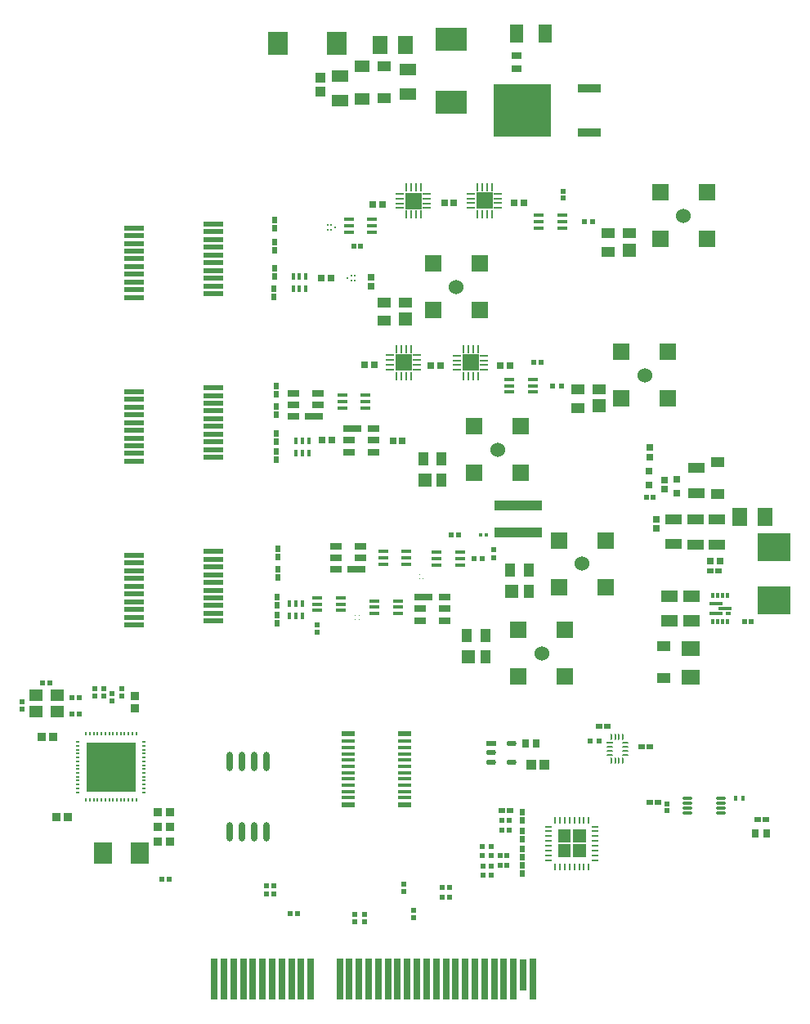
<source format=gbr>
G04*
G04 #@! TF.GenerationSoftware,Altium Limited,Altium Designer,24.2.2 (26)*
G04*
G04 Layer_Color=8421504*
%FSLAX25Y25*%
%MOIN*%
G70*
G04*
G04 #@! TF.SameCoordinates,83FD6BF8-7FB9-4712-9294-79CC625926FD*
G04*
G04*
G04 #@! TF.FilePolarity,Positive*
G04*
G01*
G75*
%ADD16C,0.00492*%
%ADD17O,0.01968X0.00787*%
%ADD18R,0.20472X0.20472*%
%ADD19O,0.00787X0.01968*%
%ADD20R,0.07874X0.01968*%
%ADD21R,0.05315X0.02362*%
%ADD22R,0.05315X0.01575*%
%ADD23R,0.04600X0.02700*%
%ADD24R,0.07700X0.02800*%
%ADD25R,0.01400X0.02800*%
%ADD26R,0.00792X0.01091*%
%ADD27R,0.02362X0.02559*%
%ADD28R,0.02559X0.02362*%
%ADD29R,0.07505X0.05924*%
%ADD30R,0.06717X0.04349*%
%ADD31R,0.02648X0.02816*%
%ADD32R,0.02288X0.02016*%
%ADD33R,0.02756X0.02756*%
%ADD34R,0.06717X0.04546*%
%ADD35R,0.01378X0.02362*%
%ADD36R,0.05512X0.01378*%
%ADD37R,0.02362X0.01378*%
%ADD38R,0.05906X0.07284*%
%ADD39R,0.02756X0.02559*%
%ADD40R,0.05315X0.04331*%
%ADD41R,0.02648X0.02911*%
%ADD42R,0.03150X0.03150*%
%ADD43R,0.02648X0.02631*%
%ADD44R,0.13780X0.11811*%
%ADD45R,0.07000X0.07000*%
%ADD46C,0.06000*%
%ADD47R,0.02423X0.02254*%
%ADD48R,0.05512X0.03937*%
%ADD49R,0.05512X0.05512*%
%ADD50R,0.04134X0.01772*%
%ADD51R,0.02992X0.02835*%
%ADD52R,0.01000X0.03200*%
%ADD53R,0.03200X0.01000*%
%ADD54R,0.03937X0.05512*%
%ADD55R,0.05512X0.05512*%
%ADD56R,0.02016X0.02288*%
%ADD57R,0.02835X0.02992*%
%ADD58R,0.19291X0.04331*%
%ADD59R,0.02254X0.02423*%
%ADD60R,0.01788X0.01428*%
G04:AMPARAMS|DCode=61|XSize=7.87mil|YSize=23.62mil|CornerRadius=1.97mil|HoleSize=0mil|Usage=FLASHONLY|Rotation=0.000|XOffset=0mil|YOffset=0mil|HoleType=Round|Shape=RoundedRectangle|*
%AMROUNDEDRECTD61*
21,1,0.00787,0.01968,0,0,0.0*
21,1,0.00394,0.02362,0,0,0.0*
1,1,0.00394,0.00197,-0.00984*
1,1,0.00394,-0.00197,-0.00984*
1,1,0.00394,-0.00197,0.00984*
1,1,0.00394,0.00197,0.00984*
%
%ADD61ROUNDEDRECTD61*%
G04:AMPARAMS|DCode=62|XSize=7.87mil|YSize=23.62mil|CornerRadius=1.97mil|HoleSize=0mil|Usage=FLASHONLY|Rotation=90.000|XOffset=0mil|YOffset=0mil|HoleType=Round|Shape=RoundedRectangle|*
%AMROUNDEDRECTD62*
21,1,0.00787,0.01968,0,0,90.0*
21,1,0.00394,0.02362,0,0,90.0*
1,1,0.00394,0.00984,0.00197*
1,1,0.00394,0.00984,-0.00197*
1,1,0.00394,-0.00984,-0.00197*
1,1,0.00394,-0.00984,0.00197*
%
%ADD62ROUNDEDRECTD62*%
G04:AMPARAMS|DCode=63|XSize=7.87mil|YSize=27.56mil|CornerRadius=1.97mil|HoleSize=0mil|Usage=FLASHONLY|Rotation=90.000|XOffset=0mil|YOffset=0mil|HoleType=Round|Shape=RoundedRectangle|*
%AMROUNDEDRECTD63*
21,1,0.00787,0.02362,0,0,90.0*
21,1,0.00394,0.02756,0,0,90.0*
1,1,0.00394,0.01181,0.00197*
1,1,0.00394,0.01181,-0.00197*
1,1,0.00394,-0.01181,-0.00197*
1,1,0.00394,-0.01181,0.00197*
%
%ADD63ROUNDEDRECTD63*%
%ADD64R,0.02165X0.02165*%
%ADD65R,0.07835X0.09173*%
%ADD66R,0.02800X0.16500*%
%ADD67O,0.02756X0.07874*%
%ADD68R,0.03563X0.03568*%
%ADD69R,0.02165X0.01968*%
%ADD70R,0.01968X0.02165*%
%ADD71R,0.05512X0.04724*%
%ADD72R,0.02047X0.02047*%
%ADD73R,0.02047X0.02047*%
%ADD74R,0.03568X0.03563*%
%ADD75R,0.07301X0.09000*%
G04:AMPARAMS|DCode=76|XSize=11.81mil|YSize=39.37mil|CornerRadius=1.95mil|HoleSize=0mil|Usage=FLASHONLY|Rotation=90.000|XOffset=0mil|YOffset=0mil|HoleType=Round|Shape=RoundedRectangle|*
%AMROUNDEDRECTD76*
21,1,0.01181,0.03547,0,0,90.0*
21,1,0.00791,0.03937,0,0,90.0*
1,1,0.00390,0.01774,0.00396*
1,1,0.00390,0.01774,-0.00396*
1,1,0.00390,-0.01774,-0.00396*
1,1,0.00390,-0.01774,0.00396*
%
%ADD76ROUNDEDRECTD76*%
%ADD77R,0.02953X0.03543*%
%ADD78R,0.01575X0.01968*%
%ADD79R,0.09800X0.03700*%
%ADD80R,0.23300X0.21700*%
%ADD81R,0.02165X0.02165*%
%ADD82R,0.04088X0.02095*%
G04:AMPARAMS|DCode=83|XSize=40.88mil|YSize=20.95mil|CornerRadius=10.48mil|HoleSize=0mil|Usage=FLASHONLY|Rotation=0.000|XOffset=0mil|YOffset=0mil|HoleType=Round|Shape=RoundedRectangle|*
%AMROUNDEDRECTD83*
21,1,0.04088,0.00000,0,0,0.0*
21,1,0.01993,0.02095,0,0,0.0*
1,1,0.02095,0.00996,0.00000*
1,1,0.02095,-0.00996,0.00000*
1,1,0.02095,-0.00996,0.00000*
1,1,0.02095,0.00996,0.00000*
%
%ADD83ROUNDEDRECTD83*%
G04:AMPARAMS|DCode=84|XSize=9.45mil|YSize=23.62mil|CornerRadius=1.98mil|HoleSize=0mil|Usage=FLASHONLY|Rotation=0.000|XOffset=0mil|YOffset=0mil|HoleType=Round|Shape=RoundedRectangle|*
%AMROUNDEDRECTD84*
21,1,0.00945,0.01965,0,0,0.0*
21,1,0.00548,0.02362,0,0,0.0*
1,1,0.00397,0.00274,-0.00983*
1,1,0.00397,-0.00274,-0.00983*
1,1,0.00397,-0.00274,0.00983*
1,1,0.00397,0.00274,0.00983*
%
%ADD84ROUNDEDRECTD84*%
G04:AMPARAMS|DCode=85|XSize=23.62mil|YSize=9.45mil|CornerRadius=1.98mil|HoleSize=0mil|Usage=FLASHONLY|Rotation=0.000|XOffset=0mil|YOffset=0mil|HoleType=Round|Shape=RoundedRectangle|*
%AMROUNDEDRECTD85*
21,1,0.02362,0.00548,0,0,0.0*
21,1,0.01965,0.00945,0,0,0.0*
1,1,0.00397,0.00983,-0.00274*
1,1,0.00397,-0.00983,-0.00274*
1,1,0.00397,-0.00983,0.00274*
1,1,0.00397,0.00983,0.00274*
%
%ADD85ROUNDEDRECTD85*%
%ADD86R,0.06299X0.04921*%
%ADD87R,0.12992X0.09449*%
%ADD88R,0.05709X0.07480*%
%ADD89R,0.03937X0.02835*%
%ADD90R,0.04331X0.04134*%
%ADD91R,0.02953X0.03347*%
%ADD92R,0.04134X0.04331*%
%ADD93R,0.02800X0.12600*%
G36*
X290339Y-351529D02*
Y-346608D01*
Y-346569D01*
X290369Y-346497D01*
X290424Y-346441D01*
X290496Y-346411D01*
X290536D01*
D01*
X295457D01*
X295496D01*
X295568Y-346441D01*
X295624Y-346497D01*
X295654Y-346569D01*
Y-346608D01*
D01*
Y-351529D01*
Y-351569D01*
X295624Y-351641D01*
X295568Y-351696D01*
X295496Y-351726D01*
X295457D01*
D01*
X290536D01*
X290496D01*
X290424Y-351696D01*
X290369Y-351641D01*
X290339Y-351569D01*
Y-351529D01*
D01*
D02*
G37*
G36*
X295654Y-345427D02*
Y-345466D01*
X295624Y-345538D01*
X295568Y-345594D01*
X295496Y-345624D01*
X295457D01*
D01*
X290536D01*
X290496D01*
X290424Y-345594D01*
X290369Y-345538D01*
X290339Y-345466D01*
Y-345427D01*
D01*
Y-340506D01*
Y-340467D01*
X290369Y-340394D01*
X290424Y-340339D01*
X290496Y-340309D01*
X290536D01*
D01*
X295457D01*
X295496D01*
X295568Y-340339D01*
X295624Y-340394D01*
X295654Y-340467D01*
Y-340506D01*
D01*
Y-345427D01*
D02*
G37*
G36*
X296638Y-351726D02*
X296599D01*
X296527Y-351696D01*
X296471Y-351641D01*
X296441Y-351569D01*
Y-351529D01*
D01*
Y-346608D01*
Y-346569D01*
X296471Y-346497D01*
X296527Y-346441D01*
X296599Y-346411D01*
X296638D01*
D01*
X301559D01*
X301598D01*
X301671Y-346441D01*
X301726Y-346497D01*
X301756Y-346569D01*
Y-346608D01*
D01*
Y-351529D01*
Y-351569D01*
X301726Y-351641D01*
X301671Y-351696D01*
X301598Y-351726D01*
X301559D01*
D01*
X296638D01*
D02*
G37*
G36*
X301756Y-345427D02*
Y-345466D01*
X301726Y-345538D01*
X301671Y-345594D01*
X301598Y-345624D01*
X301559D01*
D01*
X296638D01*
X296599D01*
X296527Y-345594D01*
X296471Y-345538D01*
X296441Y-345466D01*
Y-345427D01*
D01*
Y-340506D01*
Y-340467D01*
X296471Y-340394D01*
X296527Y-340339D01*
X296599Y-340309D01*
X296638D01*
D01*
X301559D01*
X301598D01*
X301671Y-340339D01*
X301726Y-340394D01*
X301756Y-340467D01*
Y-340506D01*
D01*
Y-345427D01*
D02*
G37*
D16*
X235504Y-234913D02*
G03*
X235504Y-234913I-246J0D01*
G01*
Y-236488D02*
G03*
X235504Y-236488I-246J0D01*
G01*
Y-238063D02*
G03*
X235504Y-238063I-246J0D01*
G01*
X233929D02*
G03*
X233929Y-238063I-246J0D01*
G01*
Y-236488D02*
G03*
X233929Y-236488I-246J0D01*
G01*
Y-234913D02*
G03*
X233929Y-234913I-246J0D01*
G01*
X207770Y-256286D02*
G03*
X207770Y-256286I-246J0D01*
G01*
Y-254711D02*
G03*
X207770Y-254711I-246J0D01*
G01*
Y-253137D02*
G03*
X207770Y-253137I-246J0D01*
G01*
X209345D02*
G03*
X209345Y-253137I-246J0D01*
G01*
Y-254711D02*
G03*
X209345Y-254711I-246J0D01*
G01*
Y-256286D02*
G03*
X209345Y-256286I-246J0D01*
G01*
D17*
X121602Y-304685D02*
D03*
Y-306259D02*
D03*
Y-325157D02*
D03*
Y-323582D02*
D03*
Y-322007D02*
D03*
Y-320433D02*
D03*
Y-318858D02*
D03*
Y-317283D02*
D03*
Y-315708D02*
D03*
Y-314133D02*
D03*
Y-312559D02*
D03*
Y-310984D02*
D03*
Y-309409D02*
D03*
Y-307834D02*
D03*
X94634Y-304685D02*
D03*
Y-306259D02*
D03*
Y-307834D02*
D03*
Y-309409D02*
D03*
Y-310984D02*
D03*
Y-312559D02*
D03*
Y-314133D02*
D03*
Y-315708D02*
D03*
Y-317283D02*
D03*
Y-318858D02*
D03*
Y-320433D02*
D03*
Y-322007D02*
D03*
Y-323582D02*
D03*
Y-325157D02*
D03*
D18*
X108118Y-314921D02*
D03*
D19*
X118354Y-301437D02*
D03*
X116780D02*
D03*
X115205D02*
D03*
X113630D02*
D03*
X112055D02*
D03*
X110480D02*
D03*
X108906D02*
D03*
X107331D02*
D03*
X105756D02*
D03*
X104181D02*
D03*
X102606D02*
D03*
X101032D02*
D03*
X99457D02*
D03*
X97882D02*
D03*
Y-328405D02*
D03*
X99457D02*
D03*
X101032D02*
D03*
X102606D02*
D03*
X104181D02*
D03*
X105756D02*
D03*
X107331D02*
D03*
X108906D02*
D03*
X110480D02*
D03*
X112055D02*
D03*
X113630D02*
D03*
X115205D02*
D03*
X116780D02*
D03*
X118354D02*
D03*
D20*
X117527Y-190244D02*
D03*
Y-187094D02*
D03*
Y-183945D02*
D03*
Y-180795D02*
D03*
Y-177646D02*
D03*
Y-174496D02*
D03*
Y-171346D02*
D03*
Y-168197D02*
D03*
Y-165047D02*
D03*
Y-161898D02*
D03*
X149810Y-188669D02*
D03*
Y-185520D02*
D03*
Y-182370D02*
D03*
Y-179220D02*
D03*
Y-176071D02*
D03*
Y-172921D02*
D03*
Y-169772D02*
D03*
Y-166622D02*
D03*
Y-163472D02*
D03*
Y-160323D02*
D03*
X117527Y-123527D02*
D03*
Y-120378D02*
D03*
Y-117228D02*
D03*
Y-114079D02*
D03*
Y-110929D02*
D03*
Y-107779D02*
D03*
Y-104630D02*
D03*
Y-101480D02*
D03*
Y-98331D02*
D03*
Y-95181D02*
D03*
X149810Y-121953D02*
D03*
Y-118803D02*
D03*
Y-115653D02*
D03*
Y-112504D02*
D03*
Y-109354D02*
D03*
Y-106205D02*
D03*
Y-103055D02*
D03*
Y-99905D02*
D03*
Y-96756D02*
D03*
Y-93606D02*
D03*
Y-227039D02*
D03*
Y-230189D02*
D03*
Y-233339D02*
D03*
Y-236488D02*
D03*
Y-239638D02*
D03*
Y-242787D02*
D03*
Y-245937D02*
D03*
Y-249087D02*
D03*
Y-252236D02*
D03*
Y-255386D02*
D03*
X117527Y-228614D02*
D03*
Y-231764D02*
D03*
Y-234913D02*
D03*
Y-238063D02*
D03*
Y-241213D02*
D03*
Y-244362D02*
D03*
Y-247512D02*
D03*
Y-250661D02*
D03*
Y-253811D02*
D03*
Y-256961D02*
D03*
D21*
X204718Y-301413D02*
D03*
Y-330350D02*
D03*
X227749D02*
D03*
Y-301413D02*
D03*
D22*
X204718Y-304365D02*
D03*
Y-306925D02*
D03*
Y-309484D02*
D03*
Y-312043D02*
D03*
Y-314602D02*
D03*
Y-317161D02*
D03*
Y-319720D02*
D03*
Y-322279D02*
D03*
Y-324838D02*
D03*
Y-327397D02*
D03*
X227749D02*
D03*
Y-324838D02*
D03*
Y-322279D02*
D03*
Y-319720D02*
D03*
Y-317161D02*
D03*
Y-314602D02*
D03*
Y-312043D02*
D03*
Y-309484D02*
D03*
Y-306925D02*
D03*
Y-304365D02*
D03*
D23*
X244002Y-245696D02*
D03*
Y-250420D02*
D03*
Y-255145D02*
D03*
X234002D02*
D03*
Y-250420D02*
D03*
X182347Y-171937D02*
D03*
Y-167212D02*
D03*
Y-162488D02*
D03*
X192347D02*
D03*
Y-167212D02*
D03*
X215049Y-177018D02*
D03*
Y-181743D02*
D03*
Y-186467D02*
D03*
X205049D02*
D03*
Y-181743D02*
D03*
X199861Y-234394D02*
D03*
Y-229669D02*
D03*
Y-224945D02*
D03*
X209861D02*
D03*
Y-229669D02*
D03*
D24*
X235552Y-245696D02*
D03*
X190797Y-171937D02*
D03*
X206599Y-177018D02*
D03*
X208312Y-234394D02*
D03*
D25*
X185992Y-253311D02*
D03*
X183432D02*
D03*
X180874D02*
D03*
Y-248411D02*
D03*
X183432D02*
D03*
X185992D02*
D03*
X187477Y-119919D02*
D03*
X184918D02*
D03*
X182359D02*
D03*
Y-115019D02*
D03*
X184918D02*
D03*
X187477D02*
D03*
X188719Y-186918D02*
D03*
X186160D02*
D03*
X183601D02*
D03*
Y-182018D02*
D03*
X186160D02*
D03*
X188719D02*
D03*
D26*
X204492Y-115685D02*
D03*
X206008Y-116669D02*
D03*
Y-114701D02*
D03*
X207523Y-116669D02*
D03*
Y-114701D02*
D03*
X199451Y-94877D02*
D03*
X197935Y-93893D02*
D03*
Y-95861D02*
D03*
X196419Y-93893D02*
D03*
Y-95861D02*
D03*
D27*
X174722Y-100791D02*
D03*
Y-104138D02*
D03*
Y-95279D02*
D03*
Y-91933D02*
D03*
X175380Y-167995D02*
D03*
Y-171342D02*
D03*
Y-163043D02*
D03*
Y-159697D02*
D03*
X176192Y-234252D02*
D03*
Y-237598D02*
D03*
Y-229345D02*
D03*
Y-225999D02*
D03*
X174722Y-114995D02*
D03*
Y-111648D02*
D03*
X174583Y-119792D02*
D03*
Y-123138D02*
D03*
X175777Y-256202D02*
D03*
Y-252856D02*
D03*
X175841Y-248824D02*
D03*
Y-245477D02*
D03*
X175460Y-186280D02*
D03*
Y-189626D02*
D03*
X175380Y-182164D02*
D03*
Y-178818D02*
D03*
X275809Y-358263D02*
D03*
Y-354916D02*
D03*
Y-348142D02*
D03*
Y-351489D02*
D03*
X275785Y-344266D02*
D03*
Y-340919D02*
D03*
Y-333361D02*
D03*
Y-336708D02*
D03*
D28*
X327858Y-329339D02*
D03*
X331205D02*
D03*
X352519Y-235039D02*
D03*
X355865D02*
D03*
X310377Y-298120D02*
D03*
X307030D02*
D03*
X324535Y-306683D02*
D03*
X327881D02*
D03*
X371734Y-336314D02*
D03*
X375081D02*
D03*
X270736Y-332718D02*
D03*
X267390D02*
D03*
D29*
X344442Y-266480D02*
D03*
Y-278297D02*
D03*
D30*
X346903Y-203161D02*
D03*
Y-192919D02*
D03*
X337485Y-224112D02*
D03*
Y-213870D02*
D03*
X355288Y-224229D02*
D03*
Y-213987D02*
D03*
X346472Y-224229D02*
D03*
Y-213987D02*
D03*
D31*
X333707Y-198004D02*
D03*
Y-201773D02*
D03*
D32*
X326409Y-204892D02*
D03*
X329287D02*
D03*
X369208Y-255548D02*
D03*
X366330D02*
D03*
X207050Y-102623D02*
D03*
X209928D02*
D03*
X283530Y-150039D02*
D03*
X280652D02*
D03*
X246881Y-220289D02*
D03*
X249759D02*
D03*
X243234Y-367930D02*
D03*
X246112D02*
D03*
X243234Y-364039D02*
D03*
X246112D02*
D03*
X267495Y-336726D02*
D03*
X270373D02*
D03*
X267495Y-340548D02*
D03*
X270373D02*
D03*
X266723Y-350939D02*
D03*
X269601D02*
D03*
X266723Y-354916D02*
D03*
X269601D02*
D03*
D33*
X338910Y-197609D02*
D03*
Y-203120D02*
D03*
D34*
X335879Y-255194D02*
D03*
Y-245149D02*
D03*
X344934Y-255238D02*
D03*
Y-245192D02*
D03*
X201384Y-43403D02*
D03*
Y-33358D02*
D03*
X229208Y-40661D02*
D03*
Y-30616D02*
D03*
D35*
X353612Y-255530D02*
D03*
X355581D02*
D03*
X357549D02*
D03*
X359518D02*
D03*
Y-244900D02*
D03*
X357549D02*
D03*
X355581D02*
D03*
X353612D02*
D03*
D36*
X354793Y-248247D02*
D03*
Y-252184D02*
D03*
X358336Y-250215D02*
D03*
D37*
X359911Y-252184D02*
D03*
D38*
X364521Y-213028D02*
D03*
X374954D02*
D03*
X228257Y-20605D02*
D03*
X217824D02*
D03*
D39*
X356364Y-230857D02*
D03*
X352623D02*
D03*
D40*
X333469Y-265634D02*
D03*
Y-278626D02*
D03*
X355581Y-203590D02*
D03*
Y-190597D02*
D03*
X219519Y-42135D02*
D03*
Y-29143D02*
D03*
D41*
X330426Y-213787D02*
D03*
Y-217461D02*
D03*
D42*
X327553Y-200046D02*
D03*
Y-194141D02*
D03*
D43*
X327848Y-184704D02*
D03*
Y-188658D02*
D03*
D44*
X378399Y-247083D02*
D03*
Y-225429D02*
D03*
D45*
X335259Y-164758D02*
D03*
X316259D02*
D03*
X335259Y-145758D02*
D03*
X316259D02*
D03*
X227371Y-150039D02*
D03*
X254802Y-150115D02*
D03*
X260388Y-84114D02*
D03*
X231461Y-84154D02*
D03*
X275300Y-195109D02*
D03*
X256300D02*
D03*
X275300Y-176109D02*
D03*
X256300D02*
D03*
X293171Y-278042D02*
D03*
X274171D02*
D03*
X293171Y-259042D02*
D03*
X274171D02*
D03*
X309798Y-241606D02*
D03*
X290798D02*
D03*
X309798Y-222606D02*
D03*
X290798D02*
D03*
X351081Y-99732D02*
D03*
X332081D02*
D03*
X351081Y-80732D02*
D03*
X332081D02*
D03*
X258338Y-128733D02*
D03*
X239338D02*
D03*
X258338Y-109733D02*
D03*
X239338D02*
D03*
D46*
X325759Y-155258D02*
D03*
X265800Y-185609D02*
D03*
X283671Y-268542D02*
D03*
X300298Y-232106D02*
D03*
X341581Y-90232D02*
D03*
X248838Y-119233D02*
D03*
D47*
X288300Y-159492D02*
D03*
X291674D02*
D03*
X301069Y-92604D02*
D03*
X304444D02*
D03*
X259468Y-229967D02*
D03*
X256093D02*
D03*
D48*
X298500Y-168495D02*
D03*
Y-161015D02*
D03*
X307162D02*
D03*
X319339Y-97441D02*
D03*
X310678D02*
D03*
Y-104921D02*
D03*
X228082Y-125496D02*
D03*
X219421D02*
D03*
Y-132976D02*
D03*
D49*
X307162Y-167708D02*
D03*
X319339Y-104134D02*
D03*
X228082Y-132189D02*
D03*
D50*
X280024Y-156932D02*
D03*
Y-159492D02*
D03*
Y-162050D02*
D03*
X270575D02*
D03*
Y-159492D02*
D03*
Y-156932D02*
D03*
X205167Y-96836D02*
D03*
Y-94277D02*
D03*
Y-91718D02*
D03*
X214615D02*
D03*
Y-94277D02*
D03*
Y-96836D02*
D03*
X292055Y-90045D02*
D03*
Y-92604D02*
D03*
Y-95163D02*
D03*
X282607D02*
D03*
Y-92604D02*
D03*
Y-90045D02*
D03*
X202349Y-168511D02*
D03*
Y-165952D02*
D03*
Y-163393D02*
D03*
X211798D02*
D03*
Y-165952D02*
D03*
Y-168511D02*
D03*
X219165Y-232228D02*
D03*
Y-229669D02*
D03*
Y-227110D02*
D03*
X228614D02*
D03*
Y-229669D02*
D03*
Y-232228D02*
D03*
X250387Y-227346D02*
D03*
Y-229905D02*
D03*
Y-232464D02*
D03*
X240938D02*
D03*
Y-229905D02*
D03*
Y-227346D02*
D03*
X192307Y-251083D02*
D03*
Y-248524D02*
D03*
Y-245965D02*
D03*
X201755D02*
D03*
Y-248524D02*
D03*
Y-251083D02*
D03*
X225040Y-247185D02*
D03*
Y-249745D02*
D03*
Y-252304D02*
D03*
X215591D02*
D03*
Y-249745D02*
D03*
Y-247185D02*
D03*
D51*
X238618Y-151140D02*
D03*
X242476D02*
D03*
X211530Y-151023D02*
D03*
X215388D02*
D03*
X266850Y-151140D02*
D03*
X270708D02*
D03*
X272610Y-85062D02*
D03*
X276468D02*
D03*
X244042Y-85083D02*
D03*
X247901D02*
D03*
X214860Y-85571D02*
D03*
X218719D02*
D03*
X197772Y-115606D02*
D03*
X193914D02*
D03*
X226975Y-181872D02*
D03*
X223116D02*
D03*
X198046Y-181743D02*
D03*
X194188D02*
D03*
D52*
X230323Y-155539D02*
D03*
X228355D02*
D03*
X226386D02*
D03*
X224418D02*
D03*
Y-144539D02*
D03*
X226386D02*
D03*
X228355D02*
D03*
X230323D02*
D03*
X257755Y-155615D02*
D03*
X255786D02*
D03*
X253818D02*
D03*
X251850D02*
D03*
Y-144615D02*
D03*
X253818D02*
D03*
X255786D02*
D03*
X257755D02*
D03*
X263341Y-89614D02*
D03*
X261372D02*
D03*
X259404D02*
D03*
X257435D02*
D03*
Y-78614D02*
D03*
X259404D02*
D03*
X261372D02*
D03*
X263341D02*
D03*
X234413Y-89654D02*
D03*
X232445D02*
D03*
X230476D02*
D03*
X228508D02*
D03*
Y-78654D02*
D03*
X230476D02*
D03*
X232445D02*
D03*
X234413D02*
D03*
D53*
X221871Y-152991D02*
D03*
Y-151023D02*
D03*
Y-149054D02*
D03*
Y-147086D02*
D03*
X232871D02*
D03*
Y-149054D02*
D03*
Y-151023D02*
D03*
Y-152991D02*
D03*
X249302Y-153068D02*
D03*
Y-151099D02*
D03*
Y-149131D02*
D03*
Y-147162D02*
D03*
X260302D02*
D03*
Y-149131D02*
D03*
Y-151099D02*
D03*
Y-153068D02*
D03*
X254888Y-87067D02*
D03*
Y-85099D02*
D03*
Y-83130D02*
D03*
Y-81162D02*
D03*
X265888D02*
D03*
Y-83130D02*
D03*
Y-85099D02*
D03*
Y-87067D02*
D03*
X225961Y-87107D02*
D03*
Y-85138D02*
D03*
Y-83170D02*
D03*
Y-81201D02*
D03*
X236961D02*
D03*
Y-83170D02*
D03*
Y-85138D02*
D03*
Y-87107D02*
D03*
D54*
X270864Y-234547D02*
D03*
X278344D02*
D03*
Y-243208D02*
D03*
X260679Y-269973D02*
D03*
Y-261312D02*
D03*
X253199D02*
D03*
X242838Y-198098D02*
D03*
Y-189437D02*
D03*
X235358D02*
D03*
D55*
X271651Y-243208D02*
D03*
X253986Y-269973D02*
D03*
X236145Y-198098D02*
D03*
D56*
X292511Y-80223D02*
D03*
Y-83101D02*
D03*
X192132Y-256998D02*
D03*
Y-259876D02*
D03*
D57*
X214079Y-118997D02*
D03*
Y-115138D02*
D03*
D58*
X274016Y-208268D02*
D03*
Y-219291D02*
D03*
D59*
X264228Y-229545D02*
D03*
Y-226170D02*
D03*
D60*
X258795Y-220289D02*
D03*
X261191D02*
D03*
D61*
X312147Y-302746D02*
D03*
X313722D02*
D03*
X315297D02*
D03*
X316872D02*
D03*
Y-312195D02*
D03*
X315297D02*
D03*
X313722D02*
D03*
X312147D02*
D03*
D62*
X317659Y-305108D02*
D03*
Y-306683D02*
D03*
Y-308258D02*
D03*
Y-309833D02*
D03*
X311360D02*
D03*
Y-308258D02*
D03*
Y-306683D02*
D03*
D63*
X311557Y-305108D02*
D03*
D64*
X303568Y-304442D02*
D03*
X307112D02*
D03*
D65*
X200023Y-19934D02*
D03*
X176322D02*
D03*
D66*
X150181Y-401427D02*
D03*
X154118D02*
D03*
X158055D02*
D03*
X161992D02*
D03*
X165929D02*
D03*
X169866D02*
D03*
X173803D02*
D03*
X177740D02*
D03*
X181677D02*
D03*
X185614D02*
D03*
X189551D02*
D03*
X201362D02*
D03*
X205299D02*
D03*
X209236D02*
D03*
X213173D02*
D03*
X217110D02*
D03*
X221047D02*
D03*
X224984D02*
D03*
X228921D02*
D03*
X232858D02*
D03*
X236795D02*
D03*
X240732D02*
D03*
X244669D02*
D03*
X248606D02*
D03*
X252543D02*
D03*
X256480D02*
D03*
X260417D02*
D03*
X264354D02*
D03*
X268291D02*
D03*
X272228D02*
D03*
X280102D02*
D03*
D67*
X156615Y-341304D02*
D03*
X161615D02*
D03*
X166615D02*
D03*
X171615D02*
D03*
X156615Y-312761D02*
D03*
X161615D02*
D03*
X166615D02*
D03*
X171615D02*
D03*
D68*
X127320Y-345359D02*
D03*
X132049D02*
D03*
X127320Y-339307D02*
D03*
X132049D02*
D03*
X127320Y-333394D02*
D03*
X132049D02*
D03*
X90427Y-335177D02*
D03*
X85698D02*
D03*
X84652Y-302507D02*
D03*
X79924D02*
D03*
D69*
X128791Y-360539D02*
D03*
X131744D02*
D03*
X95126Y-293118D02*
D03*
X92173D02*
D03*
X95126Y-286541D02*
D03*
X92173D02*
D03*
X184215Y-374572D02*
D03*
X181262D02*
D03*
X171616Y-363224D02*
D03*
X174569D02*
D03*
Y-366670D02*
D03*
X171616D02*
D03*
D70*
X112324Y-286000D02*
D03*
Y-283047D02*
D03*
X108627Y-288018D02*
D03*
Y-285065D02*
D03*
X101616Y-286000D02*
D03*
Y-283047D02*
D03*
X105214Y-286000D02*
D03*
Y-283047D02*
D03*
X334656Y-329795D02*
D03*
Y-332747D02*
D03*
X211641Y-374971D02*
D03*
X207555D02*
D03*
Y-377924D02*
D03*
X227627Y-362732D02*
D03*
Y-365684D02*
D03*
X231458Y-373448D02*
D03*
Y-376401D02*
D03*
X211641Y-377924D02*
D03*
D71*
X77362Y-292447D02*
D03*
X86023D02*
D03*
Y-285754D02*
D03*
X77362D02*
D03*
D72*
X71713Y-288138D02*
D03*
Y-291287D02*
D03*
D73*
X80162Y-280507D02*
D03*
X83311D02*
D03*
D74*
X117853Y-290816D02*
D03*
Y-286087D02*
D03*
D75*
X119783Y-349860D02*
D03*
X104884D02*
D03*
D76*
X356680Y-333462D02*
D03*
Y-331493D02*
D03*
Y-329525D02*
D03*
Y-327556D02*
D03*
X343294Y-333462D02*
D03*
Y-331493D02*
D03*
Y-329525D02*
D03*
Y-327556D02*
D03*
D77*
X375590Y-341791D02*
D03*
X370866D02*
D03*
D78*
X362830Y-327669D02*
D03*
X365980D02*
D03*
D79*
X303153Y-56265D02*
D03*
Y-38265D02*
D03*
D80*
X275903Y-47265D02*
D03*
D81*
X259634Y-350829D02*
D03*
Y-347286D02*
D03*
X259978Y-355258D02*
D03*
Y-358801D02*
D03*
X263185Y-358801D02*
D03*
Y-355258D02*
D03*
X263071Y-347308D02*
D03*
Y-350852D02*
D03*
D82*
X263066Y-305321D02*
D03*
D83*
Y-309061D02*
D03*
Y-312801D02*
D03*
X271461D02*
D03*
Y-305321D02*
D03*
D84*
X289158Y-336569D02*
D03*
X291126D02*
D03*
X293095D02*
D03*
X295063D02*
D03*
X297032D02*
D03*
X299000D02*
D03*
X300969D02*
D03*
X302937D02*
D03*
Y-355466D02*
D03*
X300969D02*
D03*
X299000D02*
D03*
X297032D02*
D03*
X295063D02*
D03*
X293095D02*
D03*
X291126D02*
D03*
X289158D02*
D03*
D85*
X305496Y-339128D02*
D03*
Y-341096D02*
D03*
Y-343065D02*
D03*
Y-345033D02*
D03*
Y-347002D02*
D03*
Y-348970D02*
D03*
Y-350939D02*
D03*
Y-352907D02*
D03*
X286599D02*
D03*
Y-350939D02*
D03*
Y-348970D02*
D03*
Y-347002D02*
D03*
Y-345033D02*
D03*
Y-343065D02*
D03*
Y-341096D02*
D03*
Y-339128D02*
D03*
D86*
X210560Y-29340D02*
D03*
Y-42725D02*
D03*
D87*
X246838Y-44100D02*
D03*
Y-18116D02*
D03*
D88*
X285215Y-15966D02*
D03*
X273601D02*
D03*
D89*
X273404Y-24899D02*
D03*
Y-30332D02*
D03*
D90*
X193623Y-34019D02*
D03*
Y-39530D02*
D03*
D91*
X277068Y-305234D02*
D03*
X281596D02*
D03*
D92*
X279405Y-313848D02*
D03*
X284917D02*
D03*
D93*
X276165Y-399477D02*
D03*
M02*

</source>
